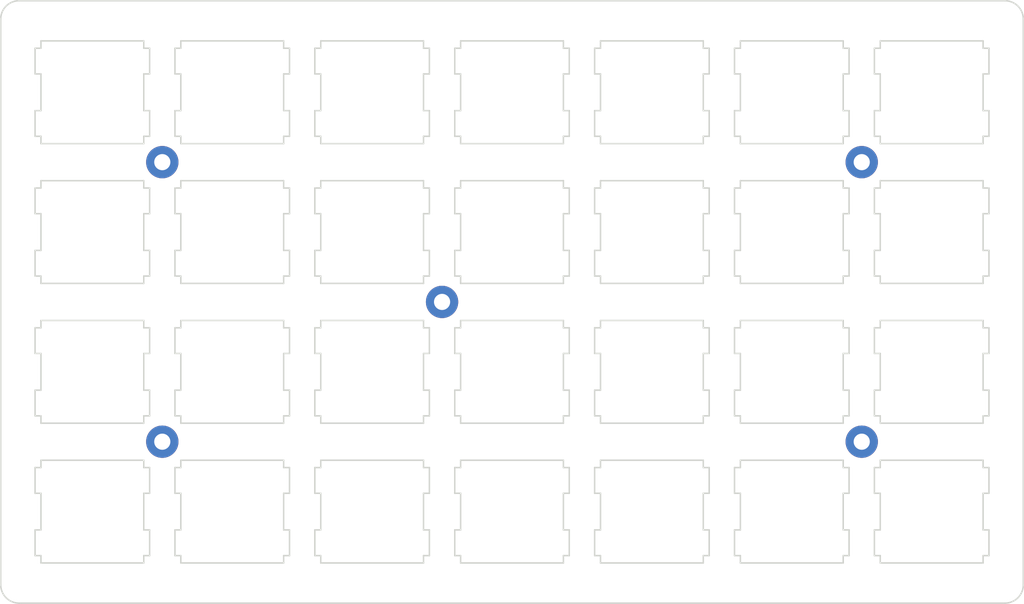
<source format=kicad_pcb>
(kicad_pcb (version 20171130) (host pcbnew 5.1.2)

  (general
    (thickness 1.6)
    (drawings 573)
    (tracks 0)
    (zones 0)
    (modules 5)
    (nets 1)
  )

  (page A4)
  (layers
    (0 F.Cu signal)
    (31 B.Cu signal)
    (32 B.Adhes user)
    (33 F.Adhes user)
    (34 B.Paste user)
    (35 F.Paste user)
    (36 B.SilkS user)
    (37 F.SilkS user)
    (38 B.Mask user)
    (39 F.Mask user)
    (40 Dwgs.User user)
    (41 Cmts.User user)
    (42 Eco1.User user)
    (43 Eco2.User user)
    (44 Edge.Cuts user)
    (45 Margin user)
    (46 B.CrtYd user)
    (47 F.CrtYd user)
    (48 B.Fab user)
    (49 F.Fab user)
  )

  (setup
    (last_trace_width 0.25)
    (trace_clearance 0.2)
    (zone_clearance 0.508)
    (zone_45_only no)
    (trace_min 0.2)
    (via_size 0.8)
    (via_drill 0.4)
    (via_min_size 0.4)
    (via_min_drill 0.3)
    (uvia_size 0.3)
    (uvia_drill 0.1)
    (uvias_allowed no)
    (uvia_min_size 0.2)
    (uvia_min_drill 0.1)
    (edge_width 0.05)
    (segment_width 0.2)
    (pcb_text_width 0.3)
    (pcb_text_size 1.5 1.5)
    (mod_edge_width 0.12)
    (mod_text_size 1 1)
    (mod_text_width 0.15)
    (pad_size 1.524 1.524)
    (pad_drill 0.762)
    (pad_to_mask_clearance 0.051)
    (solder_mask_min_width 0.25)
    (aux_axis_origin 0 0)
    (visible_elements FFFFFF7F)
    (pcbplotparams
      (layerselection 0x010fc_ffffffff)
      (usegerberextensions false)
      (usegerberattributes false)
      (usegerberadvancedattributes false)
      (creategerberjobfile false)
      (excludeedgelayer true)
      (linewidth 0.100000)
      (plotframeref false)
      (viasonmask false)
      (mode 1)
      (useauxorigin false)
      (hpglpennumber 1)
      (hpglpenspeed 20)
      (hpglpendiameter 15.000000)
      (psnegative false)
      (psa4output false)
      (plotreference true)
      (plotvalue true)
      (plotinvisibletext false)
      (padsonsilk false)
      (subtractmaskfromsilk false)
      (outputformat 1)
      (mirror false)
      (drillshape 1)
      (scaleselection 1)
      (outputdirectory ""))
  )

  (net 0 "")

  (net_class Default "This is the default net class."
    (clearance 0.2)
    (trace_width 0.25)
    (via_dia 0.8)
    (via_drill 0.4)
    (uvia_dia 0.3)
    (uvia_drill 0.1)
  )

  (module MountingHole_2.2mm_M2_Pad (layer F.Cu) (tedit 56D1B4CB) (tstamp 5D3F5E0C)
    (at 200.25 80.87)
    (descr "Mounting Hole 2.2mm, M2")
    (tags "mounting hole 2.2mm m2")
    (attr virtual)
    (fp_text reference REF** (at 0 -3.2) (layer F.SilkS) hide
      (effects (font (size 1 1) (thickness 0.15)))
    )
    (fp_text value MountingHole_2.2mm_M2_Pad (at 0 3.2) (layer F.Fab)
      (effects (font (size 1 1) (thickness 0.15)))
    )
    (fp_circle (center 0 0) (end 2.45 0) (layer F.CrtYd) (width 0.05))
    (fp_circle (center 0 0) (end 2.2 0) (layer Cmts.User) (width 0.15))
    (fp_text user %R (at 0.3 0) (layer F.Fab)
      (effects (font (size 1 1) (thickness 0.15)))
    )
    (pad 1 thru_hole circle (at 0 0) (size 4.4 4.4) (drill 2.2) (layers *.Cu *.Mask))
  )

  (module MountingHole_2.2mm_M2_Pad (layer F.Cu) (tedit 56D1B4CB) (tstamp 5D3F5E05)
    (at 200.25 118.97)
    (descr "Mounting Hole 2.2mm, M2")
    (tags "mounting hole 2.2mm m2")
    (attr virtual)
    (fp_text reference REF** (at 0 -3.2) (layer F.SilkS) hide
      (effects (font (size 1 1) (thickness 0.15)))
    )
    (fp_text value MountingHole_2.2mm_M2_Pad (at 0 3.2) (layer F.Fab)
      (effects (font (size 1 1) (thickness 0.15)))
    )
    (fp_circle (center 0 0) (end 2.45 0) (layer F.CrtYd) (width 0.05))
    (fp_circle (center 0 0) (end 2.2 0) (layer Cmts.User) (width 0.15))
    (fp_text user %R (at 0.3 0) (layer F.Fab)
      (effects (font (size 1 1) (thickness 0.15)))
    )
    (pad 1 thru_hole circle (at 0 0) (size 4.4 4.4) (drill 2.2) (layers *.Cu *.Mask))
  )

  (module MountingHole_2.2mm_M2_Pad (layer F.Cu) (tedit 56D1B4CB) (tstamp 5D3F5DFE)
    (at 143.1 99.92)
    (descr "Mounting Hole 2.2mm, M2")
    (tags "mounting hole 2.2mm m2")
    (attr virtual)
    (fp_text reference REF** (at 0 -3.2) (layer F.SilkS) hide
      (effects (font (size 1 1) (thickness 0.15)))
    )
    (fp_text value MountingHole_2.2mm_M2_Pad (at 0 3.2) (layer F.Fab)
      (effects (font (size 1 1) (thickness 0.15)))
    )
    (fp_circle (center 0 0) (end 2.45 0) (layer F.CrtYd) (width 0.05))
    (fp_circle (center 0 0) (end 2.2 0) (layer Cmts.User) (width 0.15))
    (fp_text user %R (at 0.3 0) (layer F.Fab)
      (effects (font (size 1 1) (thickness 0.15)))
    )
    (pad 1 thru_hole circle (at 0 0) (size 4.4 4.4) (drill 2.2) (layers *.Cu *.Mask))
  )

  (module MountingHole_2.2mm_M2_Pad (layer F.Cu) (tedit 56D1B4CB) (tstamp 5D3F5DF7)
    (at 105 118.97)
    (descr "Mounting Hole 2.2mm, M2")
    (tags "mounting hole 2.2mm m2")
    (attr virtual)
    (fp_text reference REF** (at 0 -3.2) (layer F.SilkS) hide
      (effects (font (size 1 1) (thickness 0.15)))
    )
    (fp_text value MountingHole_2.2mm_M2_Pad (at 0 3.2) (layer F.Fab)
      (effects (font (size 1 1) (thickness 0.15)))
    )
    (fp_circle (center 0 0) (end 2.45 0) (layer F.CrtYd) (width 0.05))
    (fp_circle (center 0 0) (end 2.2 0) (layer Cmts.User) (width 0.15))
    (fp_text user %R (at 0.3 0) (layer F.Fab)
      (effects (font (size 1 1) (thickness 0.15)))
    )
    (pad 1 thru_hole circle (at 0 0) (size 4.4 4.4) (drill 2.2) (layers *.Cu *.Mask))
  )

  (module MountingHole_2.2mm_M2_Pad (layer F.Cu) (tedit 56D1B4CB) (tstamp 5D3F5DF0)
    (at 105 80.87)
    (descr "Mounting Hole 2.2mm, M2")
    (tags "mounting hole 2.2mm m2")
    (attr virtual)
    (fp_text reference REF** (at 0 -3.2) (layer F.SilkS) hide
      (effects (font (size 1 1) (thickness 0.15)))
    )
    (fp_text value MountingHole_2.2mm_M2_Pad (at 0 3.2) (layer F.Fab)
      (effects (font (size 1 1) (thickness 0.15)))
    )
    (fp_circle (center 0 0) (end 2.45 0) (layer F.CrtYd) (width 0.05))
    (fp_circle (center 0 0) (end 2.2 0) (layer Cmts.User) (width 0.15))
    (fp_text user %R (at 0.3 0) (layer F.Fab)
      (effects (font (size 1 1) (thickness 0.15)))
    )
    (pad 1 thru_hole circle (at 0 0) (size 4.4 4.4) (drill 2.2) (layers *.Cu *.Mask))
  )

  (gr_arc (start 219.75 138.469999) (end 219.75 140.969999) (angle -90) (layer Edge.Cuts) (width 0.2))
  (gr_arc (start 85.499999 138.469999) (end 82.999999 138.469999) (angle -90) (layer Edge.Cuts) (width 0.2))
  (gr_line (start 216.775 135.495) (end 202.775 135.495) (layer Edge.Cuts) (width 0.2))
  (gr_line (start 216.775 134.495) (end 216.775 135.495) (layer Edge.Cuts) (width 0.2))
  (gr_line (start 202.775 135.495) (end 202.775 134.495) (layer Edge.Cuts) (width 0.2))
  (gr_line (start 217.575 134.495) (end 216.775 134.495) (layer Edge.Cuts) (width 0.2))
  (gr_line (start 202.775 134.495) (end 201.975 134.495) (layer Edge.Cuts) (width 0.2))
  (gr_line (start 217.575 130.995) (end 217.575 134.495) (layer Edge.Cuts) (width 0.2))
  (gr_line (start 201.975 134.495) (end 201.975 130.995) (layer Edge.Cuts) (width 0.2))
  (gr_line (start 216.775 130.995) (end 217.575 130.995) (layer Edge.Cuts) (width 0.2))
  (gr_line (start 201.975 130.995) (end 202.775 130.995) (layer Edge.Cuts) (width 0.2))
  (gr_line (start 216.775 125.995) (end 216.775 130.995) (layer Edge.Cuts) (width 0.2))
  (gr_line (start 202.775 130.995) (end 202.775 125.995) (layer Edge.Cuts) (width 0.2))
  (gr_line (start 217.575 125.995) (end 216.775 125.995) (layer Edge.Cuts) (width 0.2))
  (gr_line (start 202.775 125.995) (end 201.975 125.995) (layer Edge.Cuts) (width 0.2))
  (gr_line (start 217.575 122.495) (end 217.575 125.995) (layer Edge.Cuts) (width 0.2))
  (gr_line (start 201.975 125.995) (end 201.975 122.495) (layer Edge.Cuts) (width 0.2))
  (gr_line (start 216.775 122.495) (end 217.575 122.495) (layer Edge.Cuts) (width 0.2))
  (gr_line (start 201.975 122.495) (end 202.775 122.495) (layer Edge.Cuts) (width 0.2))
  (gr_line (start 216.775 121.495) (end 216.775 122.495) (layer Edge.Cuts) (width 0.2))
  (gr_line (start 202.775 122.495) (end 202.775 121.495) (layer Edge.Cuts) (width 0.2))
  (gr_line (start 202.775 121.495) (end 216.775 121.495) (layer Edge.Cuts) (width 0.2))
  (gr_line (start 202.775 65.345) (end 202.775 64.345) (layer Edge.Cuts) (width 0.2))
  (gr_line (start 201.975 65.345) (end 202.775 65.345) (layer Edge.Cuts) (width 0.2))
  (gr_line (start 201.975 68.845) (end 201.975 65.345) (layer Edge.Cuts) (width 0.2))
  (gr_line (start 202.775 68.845) (end 201.975 68.845) (layer Edge.Cuts) (width 0.2))
  (gr_line (start 202.775 73.845) (end 202.775 68.845) (layer Edge.Cuts) (width 0.2))
  (gr_line (start 201.975 73.845) (end 202.775 73.845) (layer Edge.Cuts) (width 0.2))
  (gr_line (start 201.975 77.345) (end 201.975 73.845) (layer Edge.Cuts) (width 0.2))
  (gr_line (start 202.775 77.345) (end 201.975 77.345) (layer Edge.Cuts) (width 0.2))
  (gr_line (start 202.775 78.345) (end 202.775 77.345) (layer Edge.Cuts) (width 0.2))
  (gr_line (start 216.775 78.345) (end 202.775 78.345) (layer Edge.Cuts) (width 0.2))
  (gr_line (start 216.775 77.345) (end 216.775 78.345) (layer Edge.Cuts) (width 0.2))
  (gr_line (start 217.575 77.345) (end 216.775 77.345) (layer Edge.Cuts) (width 0.2))
  (gr_line (start 217.575 73.845) (end 217.575 77.345) (layer Edge.Cuts) (width 0.2))
  (gr_line (start 216.775 73.845) (end 217.575 73.845) (layer Edge.Cuts) (width 0.2))
  (gr_line (start 216.775 68.845) (end 216.775 73.845) (layer Edge.Cuts) (width 0.2))
  (gr_line (start 217.575 68.845) (end 216.775 68.845) (layer Edge.Cuts) (width 0.2))
  (gr_line (start 217.575 65.345) (end 217.575 68.845) (layer Edge.Cuts) (width 0.2))
  (gr_line (start 216.775 65.345) (end 217.575 65.345) (layer Edge.Cuts) (width 0.2))
  (gr_line (start 216.775 64.345) (end 216.775 65.345) (layer Edge.Cuts) (width 0.2))
  (gr_line (start 202.775 64.345) (end 216.775 64.345) (layer Edge.Cuts) (width 0.2))
  (gr_line (start 216.775 97.395) (end 202.775 97.395) (layer Edge.Cuts) (width 0.2))
  (gr_line (start 216.775 96.395) (end 216.775 97.395) (layer Edge.Cuts) (width 0.2))
  (gr_line (start 202.775 97.395) (end 202.775 96.395) (layer Edge.Cuts) (width 0.2))
  (gr_line (start 217.575 96.395) (end 216.775 96.395) (layer Edge.Cuts) (width 0.2))
  (gr_line (start 202.775 96.395) (end 201.975 96.395) (layer Edge.Cuts) (width 0.2))
  (gr_line (start 217.575 92.895) (end 217.575 96.395) (layer Edge.Cuts) (width 0.2))
  (gr_line (start 201.975 96.395) (end 201.975 92.895) (layer Edge.Cuts) (width 0.2))
  (gr_line (start 216.775 92.895) (end 217.575 92.895) (layer Edge.Cuts) (width 0.2))
  (gr_line (start 201.975 92.895) (end 202.775 92.895) (layer Edge.Cuts) (width 0.2))
  (gr_line (start 216.775 87.895) (end 216.775 92.895) (layer Edge.Cuts) (width 0.2))
  (gr_line (start 202.775 92.895) (end 202.775 87.895) (layer Edge.Cuts) (width 0.2))
  (gr_line (start 217.575 87.895) (end 216.775 87.895) (layer Edge.Cuts) (width 0.2))
  (gr_line (start 202.775 87.895) (end 201.975 87.895) (layer Edge.Cuts) (width 0.2))
  (gr_line (start 217.575 84.395) (end 217.575 87.895) (layer Edge.Cuts) (width 0.2))
  (gr_line (start 201.975 87.895) (end 201.975 84.395) (layer Edge.Cuts) (width 0.2))
  (gr_line (start 216.775 84.395) (end 217.575 84.395) (layer Edge.Cuts) (width 0.2))
  (gr_line (start 201.975 84.395) (end 202.775 84.395) (layer Edge.Cuts) (width 0.2))
  (gr_line (start 216.775 83.395) (end 216.775 84.395) (layer Edge.Cuts) (width 0.2))
  (gr_line (start 202.775 84.395) (end 202.775 83.395) (layer Edge.Cuts) (width 0.2))
  (gr_line (start 202.775 83.395) (end 216.775 83.395) (layer Edge.Cuts) (width 0.2))
  (gr_line (start 216.775 116.445) (end 202.775 116.445) (layer Edge.Cuts) (width 0.2))
  (gr_line (start 216.775 115.445) (end 216.775 116.445) (layer Edge.Cuts) (width 0.2))
  (gr_line (start 202.775 116.445) (end 202.775 115.445) (layer Edge.Cuts) (width 0.2))
  (gr_line (start 217.575 115.445) (end 216.775 115.445) (layer Edge.Cuts) (width 0.2))
  (gr_line (start 202.775 115.445) (end 201.975 115.445) (layer Edge.Cuts) (width 0.2))
  (gr_line (start 217.575 111.945) (end 217.575 115.445) (layer Edge.Cuts) (width 0.2))
  (gr_line (start 201.975 115.445) (end 201.975 111.945) (layer Edge.Cuts) (width 0.2))
  (gr_line (start 216.775 111.945) (end 217.575 111.945) (layer Edge.Cuts) (width 0.2))
  (gr_line (start 201.975 111.945) (end 202.775 111.945) (layer Edge.Cuts) (width 0.2))
  (gr_line (start 216.775 106.945) (end 216.775 111.945) (layer Edge.Cuts) (width 0.2))
  (gr_line (start 202.775 111.945) (end 202.775 106.945) (layer Edge.Cuts) (width 0.2))
  (gr_line (start 217.575 106.945) (end 216.775 106.945) (layer Edge.Cuts) (width 0.2))
  (gr_line (start 202.775 106.945) (end 201.975 106.945) (layer Edge.Cuts) (width 0.2))
  (gr_line (start 217.575 103.445) (end 217.575 106.945) (layer Edge.Cuts) (width 0.2))
  (gr_line (start 201.975 106.945) (end 201.975 103.445) (layer Edge.Cuts) (width 0.2))
  (gr_line (start 216.775 103.445) (end 217.575 103.445) (layer Edge.Cuts) (width 0.2))
  (gr_line (start 201.975 103.445) (end 202.775 103.445) (layer Edge.Cuts) (width 0.2))
  (gr_line (start 216.775 102.445) (end 216.775 103.445) (layer Edge.Cuts) (width 0.2))
  (gr_line (start 202.775 103.445) (end 202.775 102.445) (layer Edge.Cuts) (width 0.2))
  (gr_line (start 202.775 102.445) (end 216.775 102.445) (layer Edge.Cuts) (width 0.2))
  (gr_line (start 102.475 78.345) (end 88.475 78.345) (layer Edge.Cuts) (width 0.2))
  (gr_line (start 102.475 77.345) (end 102.475 78.345) (layer Edge.Cuts) (width 0.2))
  (gr_line (start 88.475 78.345) (end 88.475 77.345) (layer Edge.Cuts) (width 0.2))
  (gr_line (start 103.275 77.345) (end 102.475 77.345) (layer Edge.Cuts) (width 0.2))
  (gr_line (start 88.475 77.345) (end 87.675 77.345) (layer Edge.Cuts) (width 0.2))
  (gr_line (start 103.275 73.845) (end 103.275 77.345) (layer Edge.Cuts) (width 0.2))
  (gr_line (start 87.675 77.345) (end 87.675 73.845) (layer Edge.Cuts) (width 0.2))
  (gr_line (start 102.475 73.845) (end 103.275 73.845) (layer Edge.Cuts) (width 0.2))
  (gr_line (start 87.675 73.845) (end 88.475 73.845) (layer Edge.Cuts) (width 0.2))
  (gr_line (start 102.475 68.845) (end 102.475 73.845) (layer Edge.Cuts) (width 0.2))
  (gr_line (start 88.475 73.845) (end 88.475 68.845) (layer Edge.Cuts) (width 0.2))
  (gr_line (start 103.275 68.845) (end 102.475 68.845) (layer Edge.Cuts) (width 0.2))
  (gr_line (start 88.475 68.845) (end 87.675 68.845) (layer Edge.Cuts) (width 0.2))
  (gr_line (start 103.275 65.345) (end 103.275 68.845) (layer Edge.Cuts) (width 0.2))
  (gr_line (start 87.675 68.845) (end 87.675 65.345) (layer Edge.Cuts) (width 0.2))
  (gr_line (start 102.475 65.345) (end 103.275 65.345) (layer Edge.Cuts) (width 0.2))
  (gr_line (start 87.675 65.345) (end 88.475 65.345) (layer Edge.Cuts) (width 0.2))
  (gr_line (start 102.475 64.345) (end 102.475 65.345) (layer Edge.Cuts) (width 0.2))
  (gr_line (start 88.475 65.345) (end 88.475 64.345) (layer Edge.Cuts) (width 0.2))
  (gr_line (start 88.475 64.345) (end 102.475 64.345) (layer Edge.Cuts) (width 0.2))
  (gr_line (start 102.475 97.395) (end 88.475 97.395) (layer Edge.Cuts) (width 0.2))
  (gr_line (start 102.475 96.395) (end 102.475 97.395) (layer Edge.Cuts) (width 0.2))
  (gr_line (start 88.475 97.395) (end 88.475 96.395) (layer Edge.Cuts) (width 0.2))
  (gr_line (start 103.275 96.395) (end 102.475 96.395) (layer Edge.Cuts) (width 0.2))
  (gr_line (start 88.475 96.395) (end 87.675 96.395) (layer Edge.Cuts) (width 0.2))
  (gr_line (start 103.275 92.895) (end 103.275 96.395) (layer Edge.Cuts) (width 0.2))
  (gr_line (start 87.675 96.395) (end 87.675 92.895) (layer Edge.Cuts) (width 0.2))
  (gr_line (start 102.475 92.895) (end 103.275 92.895) (layer Edge.Cuts) (width 0.2))
  (gr_line (start 87.675 92.895) (end 88.475 92.895) (layer Edge.Cuts) (width 0.2))
  (gr_line (start 102.475 87.895) (end 102.475 92.895) (layer Edge.Cuts) (width 0.2))
  (gr_line (start 88.475 92.895) (end 88.475 87.895) (layer Edge.Cuts) (width 0.2))
  (gr_line (start 103.275 87.895) (end 102.475 87.895) (layer Edge.Cuts) (width 0.2))
  (gr_line (start 88.475 87.895) (end 87.675 87.895) (layer Edge.Cuts) (width 0.2))
  (gr_line (start 103.275 84.395) (end 103.275 87.895) (layer Edge.Cuts) (width 0.2))
  (gr_line (start 87.675 87.895) (end 87.675 84.395) (layer Edge.Cuts) (width 0.2))
  (gr_line (start 102.475 84.395) (end 103.275 84.395) (layer Edge.Cuts) (width 0.2))
  (gr_line (start 87.675 84.395) (end 88.475 84.395) (layer Edge.Cuts) (width 0.2))
  (gr_line (start 102.475 83.395) (end 102.475 84.395) (layer Edge.Cuts) (width 0.2))
  (gr_line (start 88.475 84.395) (end 88.475 83.395) (layer Edge.Cuts) (width 0.2))
  (gr_line (start 88.475 83.395) (end 102.475 83.395) (layer Edge.Cuts) (width 0.2))
  (gr_line (start 102.475 116.445) (end 88.475 116.445) (layer Edge.Cuts) (width 0.2))
  (gr_line (start 102.475 115.445) (end 102.475 116.445) (layer Edge.Cuts) (width 0.2))
  (gr_line (start 88.475 116.445) (end 88.475 115.445) (layer Edge.Cuts) (width 0.2))
  (gr_line (start 103.275 115.445) (end 102.475 115.445) (layer Edge.Cuts) (width 0.2))
  (gr_line (start 88.475 115.445) (end 87.675 115.445) (layer Edge.Cuts) (width 0.2))
  (gr_line (start 103.275 111.945) (end 103.275 115.445) (layer Edge.Cuts) (width 0.2))
  (gr_line (start 87.675 115.445) (end 87.675 111.945) (layer Edge.Cuts) (width 0.2))
  (gr_line (start 102.475 111.945) (end 103.275 111.945) (layer Edge.Cuts) (width 0.2))
  (gr_line (start 87.675 111.945) (end 88.475 111.945) (layer Edge.Cuts) (width 0.2))
  (gr_line (start 102.475 106.945) (end 102.475 111.945) (layer Edge.Cuts) (width 0.2))
  (gr_line (start 88.475 111.945) (end 88.475 106.945) (layer Edge.Cuts) (width 0.2))
  (gr_line (start 103.275 106.945) (end 102.475 106.945) (layer Edge.Cuts) (width 0.2))
  (gr_line (start 88.475 106.945) (end 87.675 106.945) (layer Edge.Cuts) (width 0.2))
  (gr_line (start 103.275 103.445) (end 103.275 106.945) (layer Edge.Cuts) (width 0.2))
  (gr_line (start 87.675 106.945) (end 87.675 103.445) (layer Edge.Cuts) (width 0.2))
  (gr_line (start 102.475 103.445) (end 103.275 103.445) (layer Edge.Cuts) (width 0.2))
  (gr_line (start 87.675 103.445) (end 88.475 103.445) (layer Edge.Cuts) (width 0.2))
  (gr_line (start 102.475 102.445) (end 102.475 103.445) (layer Edge.Cuts) (width 0.2))
  (gr_line (start 88.475 103.445) (end 88.475 102.445) (layer Edge.Cuts) (width 0.2))
  (gr_line (start 88.475 102.445) (end 102.475 102.445) (layer Edge.Cuts) (width 0.2))
  (gr_line (start 102.475 135.495) (end 88.475 135.495) (layer Edge.Cuts) (width 0.2))
  (gr_line (start 102.475 134.495) (end 102.475 135.495) (layer Edge.Cuts) (width 0.2))
  (gr_line (start 88.475 135.495) (end 88.475 134.495) (layer Edge.Cuts) (width 0.2))
  (gr_line (start 103.275 134.495) (end 102.475 134.495) (layer Edge.Cuts) (width 0.2))
  (gr_line (start 88.475 134.495) (end 87.675 134.495) (layer Edge.Cuts) (width 0.2))
  (gr_line (start 103.275 130.995) (end 103.275 134.495) (layer Edge.Cuts) (width 0.2))
  (gr_line (start 87.675 134.495) (end 87.675 130.995) (layer Edge.Cuts) (width 0.2))
  (gr_line (start 102.475 130.995) (end 103.275 130.995) (layer Edge.Cuts) (width 0.2))
  (gr_line (start 87.675 130.995) (end 88.475 130.995) (layer Edge.Cuts) (width 0.2))
  (gr_line (start 102.475 125.995) (end 102.475 130.995) (layer Edge.Cuts) (width 0.2))
  (gr_line (start 88.475 130.995) (end 88.475 125.995) (layer Edge.Cuts) (width 0.2))
  (gr_line (start 103.275 125.995) (end 102.475 125.995) (layer Edge.Cuts) (width 0.2))
  (gr_line (start 88.475 125.995) (end 87.675 125.995) (layer Edge.Cuts) (width 0.2))
  (gr_line (start 103.275 122.495) (end 103.275 125.995) (layer Edge.Cuts) (width 0.2))
  (gr_line (start 87.675 125.995) (end 87.675 122.495) (layer Edge.Cuts) (width 0.2))
  (gr_line (start 102.475 122.495) (end 103.275 122.495) (layer Edge.Cuts) (width 0.2))
  (gr_line (start 87.675 122.495) (end 88.475 122.495) (layer Edge.Cuts) (width 0.2))
  (gr_line (start 102.475 121.495) (end 102.475 122.495) (layer Edge.Cuts) (width 0.2))
  (gr_line (start 88.475 122.495) (end 88.475 121.495) (layer Edge.Cuts) (width 0.2))
  (gr_line (start 88.475 121.495) (end 102.475 121.495) (layer Edge.Cuts) (width 0.2))
  (gr_line (start 121.525 78.345) (end 107.525 78.345) (layer Edge.Cuts) (width 0.2))
  (gr_line (start 121.525 77.345) (end 121.525 78.345) (layer Edge.Cuts) (width 0.2))
  (gr_line (start 107.525 78.345) (end 107.525 77.345) (layer Edge.Cuts) (width 0.2))
  (gr_line (start 122.325 77.345) (end 121.525 77.345) (layer Edge.Cuts) (width 0.2))
  (gr_line (start 107.525 77.345) (end 106.725 77.345) (layer Edge.Cuts) (width 0.2))
  (gr_line (start 122.325 73.845) (end 122.325 77.345) (layer Edge.Cuts) (width 0.2))
  (gr_line (start 106.725 77.345) (end 106.725 73.845) (layer Edge.Cuts) (width 0.2))
  (gr_line (start 121.525 73.845) (end 122.325 73.845) (layer Edge.Cuts) (width 0.2))
  (gr_line (start 106.725 73.845) (end 107.525 73.845) (layer Edge.Cuts) (width 0.2))
  (gr_line (start 121.525 68.845) (end 121.525 73.845) (layer Edge.Cuts) (width 0.2))
  (gr_line (start 107.525 73.845) (end 107.525 68.845) (layer Edge.Cuts) (width 0.2))
  (gr_line (start 122.325 68.845) (end 121.525 68.845) (layer Edge.Cuts) (width 0.2))
  (gr_line (start 107.525 68.845) (end 106.725 68.845) (layer Edge.Cuts) (width 0.2))
  (gr_line (start 122.325 65.345) (end 122.325 68.845) (layer Edge.Cuts) (width 0.2))
  (gr_line (start 106.725 68.845) (end 106.725 65.345) (layer Edge.Cuts) (width 0.2))
  (gr_line (start 121.525 65.345) (end 122.325 65.345) (layer Edge.Cuts) (width 0.2))
  (gr_line (start 106.725 65.345) (end 107.525 65.345) (layer Edge.Cuts) (width 0.2))
  (gr_line (start 121.525 64.345) (end 121.525 65.345) (layer Edge.Cuts) (width 0.2))
  (gr_line (start 107.525 65.345) (end 107.525 64.345) (layer Edge.Cuts) (width 0.2))
  (gr_line (start 107.525 64.345) (end 121.525 64.345) (layer Edge.Cuts) (width 0.2))
  (gr_line (start 140.575 78.345) (end 126.575 78.345) (layer Edge.Cuts) (width 0.2))
  (gr_line (start 140.575 77.345) (end 140.575 78.345) (layer Edge.Cuts) (width 0.2))
  (gr_line (start 126.575 78.345) (end 126.575 77.345) (layer Edge.Cuts) (width 0.2))
  (gr_line (start 141.375 77.345) (end 140.575 77.345) (layer Edge.Cuts) (width 0.2))
  (gr_line (start 126.575 77.345) (end 125.775 77.345) (layer Edge.Cuts) (width 0.2))
  (gr_line (start 141.375 73.845) (end 141.375 77.345) (layer Edge.Cuts) (width 0.2))
  (gr_line (start 125.775 77.345) (end 125.775 73.845) (layer Edge.Cuts) (width 0.2))
  (gr_line (start 140.575 73.845) (end 141.375 73.845) (layer Edge.Cuts) (width 0.2))
  (gr_line (start 125.775 73.845) (end 126.575 73.845) (layer Edge.Cuts) (width 0.2))
  (gr_line (start 140.575 68.845) (end 140.575 73.845) (layer Edge.Cuts) (width 0.2))
  (gr_line (start 126.575 73.845) (end 126.575 68.845) (layer Edge.Cuts) (width 0.2))
  (gr_line (start 141.375 68.845) (end 140.575 68.845) (layer Edge.Cuts) (width 0.2))
  (gr_line (start 126.575 68.845) (end 125.775 68.845) (layer Edge.Cuts) (width 0.2))
  (gr_line (start 141.375 65.345) (end 141.375 68.845) (layer Edge.Cuts) (width 0.2))
  (gr_line (start 125.775 68.845) (end 125.775 65.345) (layer Edge.Cuts) (width 0.2))
  (gr_line (start 140.575 65.345) (end 141.375 65.345) (layer Edge.Cuts) (width 0.2))
  (gr_line (start 125.775 65.345) (end 126.575 65.345) (layer Edge.Cuts) (width 0.2))
  (gr_line (start 140.575 64.345) (end 140.575 65.345) (layer Edge.Cuts) (width 0.2))
  (gr_line (start 126.575 65.345) (end 126.575 64.345) (layer Edge.Cuts) (width 0.2))
  (gr_line (start 126.575 64.345) (end 140.575 64.345) (layer Edge.Cuts) (width 0.2))
  (gr_line (start 178.675 78.345) (end 164.674999 78.345) (layer Edge.Cuts) (width 0.2))
  (gr_line (start 178.675 77.345) (end 178.675 78.345) (layer Edge.Cuts) (width 0.2))
  (gr_line (start 164.674999 78.345) (end 164.674999 77.345) (layer Edge.Cuts) (width 0.2))
  (gr_line (start 179.475 77.345) (end 178.675 77.345) (layer Edge.Cuts) (width 0.2))
  (gr_line (start 164.674999 77.345) (end 163.875 77.345) (layer Edge.Cuts) (width 0.2))
  (gr_line (start 179.475 73.845) (end 179.475 77.345) (layer Edge.Cuts) (width 0.2))
  (gr_line (start 163.875 77.345) (end 163.875 73.845) (layer Edge.Cuts) (width 0.2))
  (gr_line (start 178.675 73.845) (end 179.475 73.845) (layer Edge.Cuts) (width 0.2))
  (gr_line (start 163.875 73.845) (end 164.674999 73.845) (layer Edge.Cuts) (width 0.2))
  (gr_line (start 178.675 68.845) (end 178.675 73.845) (layer Edge.Cuts) (width 0.2))
  (gr_line (start 164.674999 73.845) (end 164.674999 68.845) (layer Edge.Cuts) (width 0.2))
  (gr_line (start 179.475 68.845) (end 178.675 68.845) (layer Edge.Cuts) (width 0.2))
  (gr_line (start 164.674999 68.845) (end 163.875 68.845) (layer Edge.Cuts) (width 0.2))
  (gr_line (start 179.475 65.345) (end 179.475 68.845) (layer Edge.Cuts) (width 0.2))
  (gr_line (start 163.875 68.845) (end 163.875 65.345) (layer Edge.Cuts) (width 0.2))
  (gr_line (start 178.675 65.345) (end 179.475 65.345) (layer Edge.Cuts) (width 0.2))
  (gr_line (start 163.875 65.345) (end 164.674999 65.345) (layer Edge.Cuts) (width 0.2))
  (gr_line (start 178.675 64.345) (end 178.675 65.345) (layer Edge.Cuts) (width 0.2))
  (gr_line (start 164.674999 65.345) (end 164.674999 64.345) (layer Edge.Cuts) (width 0.2))
  (gr_line (start 164.674999 64.345) (end 178.675 64.345) (layer Edge.Cuts) (width 0.2))
  (gr_line (start 197.725 78.345) (end 183.725 78.345) (layer Edge.Cuts) (width 0.2))
  (gr_line (start 197.725 77.345) (end 197.725 78.345) (layer Edge.Cuts) (width 0.2))
  (gr_line (start 183.725 78.345) (end 183.725 77.345) (layer Edge.Cuts) (width 0.2))
  (gr_line (start 198.525 77.345) (end 197.725 77.345) (layer Edge.Cuts) (width 0.2))
  (gr_line (start 183.725 77.345) (end 182.925 77.345) (layer Edge.Cuts) (width 0.2))
  (gr_line (start 198.525 73.845) (end 198.525 77.345) (layer Edge.Cuts) (width 0.2))
  (gr_line (start 182.925 77.345) (end 182.925 73.845) (layer Edge.Cuts) (width 0.2))
  (gr_line (start 197.725 73.845) (end 198.525 73.845) (layer Edge.Cuts) (width 0.2))
  (gr_line (start 182.925 73.845) (end 183.725 73.845) (layer Edge.Cuts) (width 0.2))
  (gr_line (start 197.725 68.845) (end 197.725 73.845) (layer Edge.Cuts) (width 0.2))
  (gr_line (start 183.725 73.845) (end 183.725 68.845) (layer Edge.Cuts) (width 0.2))
  (gr_line (start 198.525 68.845) (end 197.725 68.845) (layer Edge.Cuts) (width 0.2))
  (gr_line (start 183.725 68.845) (end 182.925 68.845) (layer Edge.Cuts) (width 0.2))
  (gr_line (start 198.525 65.345) (end 198.525 68.845) (layer Edge.Cuts) (width 0.2))
  (gr_line (start 182.925 68.845) (end 182.925 65.345) (layer Edge.Cuts) (width 0.2))
  (gr_line (start 197.725 65.345) (end 198.525 65.345) (layer Edge.Cuts) (width 0.2))
  (gr_line (start 182.925 65.345) (end 183.725 65.345) (layer Edge.Cuts) (width 0.2))
  (gr_line (start 197.725 64.345) (end 197.725 65.345) (layer Edge.Cuts) (width 0.2))
  (gr_line (start 183.725 65.345) (end 183.725 64.345) (layer Edge.Cuts) (width 0.2))
  (gr_line (start 183.725 64.345) (end 197.725 64.345) (layer Edge.Cuts) (width 0.2))
  (gr_line (start 159.625 78.345) (end 145.625 78.345) (layer Edge.Cuts) (width 0.2))
  (gr_line (start 159.625 77.345) (end 159.625 78.345) (layer Edge.Cuts) (width 0.2))
  (gr_line (start 145.625 78.345) (end 145.625 77.345) (layer Edge.Cuts) (width 0.2))
  (gr_line (start 160.425 77.345) (end 159.625 77.345) (layer Edge.Cuts) (width 0.2))
  (gr_line (start 145.625 77.345) (end 144.825 77.345) (layer Edge.Cuts) (width 0.2))
  (gr_line (start 160.425 73.845) (end 160.425 77.345) (layer Edge.Cuts) (width 0.2))
  (gr_line (start 144.825 77.345) (end 144.825 73.845) (layer Edge.Cuts) (width 0.2))
  (gr_line (start 159.625 73.845) (end 160.425 73.845) (layer Edge.Cuts) (width 0.2))
  (gr_line (start 144.825 73.845) (end 145.625 73.845) (layer Edge.Cuts) (width 0.2))
  (gr_line (start 159.625 68.845) (end 159.625 73.845) (layer Edge.Cuts) (width 0.2))
  (gr_line (start 145.625 73.845) (end 145.625 68.845) (layer Edge.Cuts) (width 0.2))
  (gr_line (start 160.425 68.845) (end 159.625 68.845) (layer Edge.Cuts) (width 0.2))
  (gr_line (start 145.625 68.845) (end 144.825 68.845) (layer Edge.Cuts) (width 0.2))
  (gr_line (start 160.425 65.345) (end 160.425 68.845) (layer Edge.Cuts) (width 0.2))
  (gr_line (start 144.825 68.845) (end 144.825 65.345) (layer Edge.Cuts) (width 0.2))
  (gr_line (start 159.625 65.345) (end 160.425 65.345) (layer Edge.Cuts) (width 0.2))
  (gr_line (start 144.825 65.345) (end 145.625 65.345) (layer Edge.Cuts) (width 0.2))
  (gr_line (start 159.625 64.345) (end 159.625 65.345) (layer Edge.Cuts) (width 0.2))
  (gr_line (start 145.625 65.345) (end 145.625 64.345) (layer Edge.Cuts) (width 0.2))
  (gr_line (start 145.625 64.345) (end 159.625 64.345) (layer Edge.Cuts) (width 0.2))
  (gr_circle (center 105 80.87) (end 106.175 80.87) (layer Eco1.User) (width 0.2))
  (gr_circle (center 105 118.97) (end 106.175 118.97) (layer Eco1.User) (width 0.2))
  (gr_line (start 159.625 135.495) (end 145.625 135.495) (layer Edge.Cuts) (width 0.2))
  (gr_line (start 159.625 134.495) (end 159.625 135.495) (layer Edge.Cuts) (width 0.2))
  (gr_line (start 145.625 135.495) (end 145.625 134.495) (layer Edge.Cuts) (width 0.2))
  (gr_line (start 160.425 134.495) (end 159.625 134.495) (layer Edge.Cuts) (width 0.2))
  (gr_line (start 145.625 134.495) (end 144.825 134.495) (layer Edge.Cuts) (width 0.2))
  (gr_line (start 160.425 130.995) (end 160.425 134.495) (layer Edge.Cuts) (width 0.2))
  (gr_line (start 144.825 134.495) (end 144.825 130.995) (layer Edge.Cuts) (width 0.2))
  (gr_line (start 159.625 130.995) (end 160.425 130.995) (layer Edge.Cuts) (width 0.2))
  (gr_line (start 144.825 130.995) (end 145.625 130.995) (layer Edge.Cuts) (width 0.2))
  (gr_line (start 159.625 125.995) (end 159.625 130.995) (layer Edge.Cuts) (width 0.2))
  (gr_line (start 145.625 130.995) (end 145.625 125.995) (layer Edge.Cuts) (width 0.2))
  (gr_line (start 160.425 125.995) (end 159.625 125.995) (layer Edge.Cuts) (width 0.2))
  (gr_line (start 145.625 125.995) (end 144.825 125.995) (layer Edge.Cuts) (width 0.2))
  (gr_line (start 160.425 122.495) (end 160.425 125.995) (layer Edge.Cuts) (width 0.2))
  (gr_line (start 144.825 125.995) (end 144.825 122.495) (layer Edge.Cuts) (width 0.2))
  (gr_line (start 159.625 122.495) (end 160.425 122.495) (layer Edge.Cuts) (width 0.2))
  (gr_line (start 144.825 122.495) (end 145.625 122.495) (layer Edge.Cuts) (width 0.2))
  (gr_line (start 159.625 121.495) (end 159.625 122.495) (layer Edge.Cuts) (width 0.2))
  (gr_line (start 145.625 122.495) (end 145.625 121.495) (layer Edge.Cuts) (width 0.2))
  (gr_line (start 145.625 121.495) (end 159.625 121.495) (layer Edge.Cuts) (width 0.2))
  (gr_line (start 159.625 116.445) (end 145.625 116.445) (layer Edge.Cuts) (width 0.2))
  (gr_line (start 159.625 115.445) (end 159.625 116.445) (layer Edge.Cuts) (width 0.2))
  (gr_line (start 145.625 116.445) (end 145.625 115.445) (layer Edge.Cuts) (width 0.2))
  (gr_line (start 160.425 115.445) (end 159.625 115.445) (layer Edge.Cuts) (width 0.2))
  (gr_line (start 145.625 115.445) (end 144.825 115.445) (layer Edge.Cuts) (width 0.2))
  (gr_line (start 160.425 111.945) (end 160.425 115.445) (layer Edge.Cuts) (width 0.2))
  (gr_line (start 144.825 115.445) (end 144.825 111.945) (layer Edge.Cuts) (width 0.2))
  (gr_line (start 159.625 111.945) (end 160.425 111.945) (layer Edge.Cuts) (width 0.2))
  (gr_line (start 144.825 111.945) (end 145.625 111.945) (layer Edge.Cuts) (width 0.2))
  (gr_line (start 159.625 106.945) (end 159.625 111.945) (layer Edge.Cuts) (width 0.2))
  (gr_line (start 145.625 111.945) (end 145.625 106.945) (layer Edge.Cuts) (width 0.2))
  (gr_line (start 160.425 106.945) (end 159.625 106.945) (layer Edge.Cuts) (width 0.2))
  (gr_line (start 145.625 106.945) (end 144.825 106.945) (layer Edge.Cuts) (width 0.2))
  (gr_line (start 160.425 103.445) (end 160.425 106.945) (layer Edge.Cuts) (width 0.2))
  (gr_line (start 144.825 106.945) (end 144.825 103.445) (layer Edge.Cuts) (width 0.2))
  (gr_line (start 159.625 103.445) (end 160.425 103.445) (layer Edge.Cuts) (width 0.2))
  (gr_line (start 144.825 103.445) (end 145.625 103.445) (layer Edge.Cuts) (width 0.2))
  (gr_line (start 159.625 102.445) (end 159.625 103.445) (layer Edge.Cuts) (width 0.2))
  (gr_line (start 145.625 103.445) (end 145.625 102.445) (layer Edge.Cuts) (width 0.2))
  (gr_line (start 145.625 102.445) (end 159.625 102.445) (layer Edge.Cuts) (width 0.2))
  (gr_line (start 159.625 97.395) (end 145.625 97.395) (layer Edge.Cuts) (width 0.2))
  (gr_line (start 159.625 96.395) (end 159.625 97.395) (layer Edge.Cuts) (width 0.2))
  (gr_line (start 145.625 97.395) (end 145.625 96.395) (layer Edge.Cuts) (width 0.2))
  (gr_line (start 160.425 96.395) (end 159.625 96.395) (layer Edge.Cuts) (width 0.2))
  (gr_line (start 145.625 96.395) (end 144.825 96.395) (layer Edge.Cuts) (width 0.2))
  (gr_line (start 160.425 92.895) (end 160.425 96.395) (layer Edge.Cuts) (width 0.2))
  (gr_line (start 144.825 96.395) (end 144.825 92.895) (layer Edge.Cuts) (width 0.2))
  (gr_line (start 159.625 92.895) (end 160.425 92.895) (layer Edge.Cuts) (width 0.2))
  (gr_line (start 144.825 92.895) (end 145.625 92.895) (layer Edge.Cuts) (width 0.2))
  (gr_line (start 159.625 87.895) (end 159.625 92.895) (layer Edge.Cuts) (width 0.2))
  (gr_line (start 145.625 92.895) (end 145.625 87.895) (layer Edge.Cuts) (width 0.2))
  (gr_line (start 160.425 87.895) (end 159.625 87.895) (layer Edge.Cuts) (width 0.2))
  (gr_line (start 145.625 87.895) (end 144.825 87.895) (layer Edge.Cuts) (width 0.2))
  (gr_line (start 160.425 84.395) (end 160.425 87.895) (layer Edge.Cuts) (width 0.2))
  (gr_line (start 144.825 87.895) (end 144.825 84.395) (layer Edge.Cuts) (width 0.2))
  (gr_line (start 159.625 84.395) (end 160.425 84.395) (layer Edge.Cuts) (width 0.2))
  (gr_line (start 144.825 84.395) (end 145.625 84.395) (layer Edge.Cuts) (width 0.2))
  (gr_line (start 159.625 83.395) (end 159.625 84.395) (layer Edge.Cuts) (width 0.2))
  (gr_line (start 145.625 84.395) (end 145.625 83.395) (layer Edge.Cuts) (width 0.2))
  (gr_line (start 145.625 83.395) (end 159.625 83.395) (layer Edge.Cuts) (width 0.2))
  (gr_line (start 140.575 97.395) (end 126.575 97.395) (layer Edge.Cuts) (width 0.2))
  (gr_line (start 140.575 96.395) (end 140.575 97.395) (layer Edge.Cuts) (width 0.2))
  (gr_line (start 126.575 97.395) (end 126.575 96.395) (layer Edge.Cuts) (width 0.2))
  (gr_line (start 141.375 96.395) (end 140.575 96.395) (layer Edge.Cuts) (width 0.2))
  (gr_line (start 126.575 96.395) (end 125.775 96.395) (layer Edge.Cuts) (width 0.2))
  (gr_line (start 141.375 92.895) (end 141.375 96.395) (layer Edge.Cuts) (width 0.2))
  (gr_line (start 125.775 96.395) (end 125.775 92.895) (layer Edge.Cuts) (width 0.2))
  (gr_line (start 140.575 92.895) (end 141.375 92.895) (layer Edge.Cuts) (width 0.2))
  (gr_line (start 125.775 92.895) (end 126.575 92.895) (layer Edge.Cuts) (width 0.2))
  (gr_line (start 140.575 87.895) (end 140.575 92.895) (layer Edge.Cuts) (width 0.2))
  (gr_line (start 126.575 92.895) (end 126.575 87.895) (layer Edge.Cuts) (width 0.2))
  (gr_line (start 141.375 87.895) (end 140.575 87.895) (layer Edge.Cuts) (width 0.2))
  (gr_line (start 126.575 87.895) (end 125.775 87.895) (layer Edge.Cuts) (width 0.2))
  (gr_line (start 141.375 84.395) (end 141.375 87.895) (layer Edge.Cuts) (width 0.2))
  (gr_line (start 125.775 87.895) (end 125.775 84.395) (layer Edge.Cuts) (width 0.2))
  (gr_line (start 140.575 84.395) (end 141.375 84.395) (layer Edge.Cuts) (width 0.2))
  (gr_line (start 125.775 84.395) (end 126.575 84.395) (layer Edge.Cuts) (width 0.2))
  (gr_line (start 140.575 83.395) (end 140.575 84.395) (layer Edge.Cuts) (width 0.2))
  (gr_line (start 126.575 84.395) (end 126.575 83.395) (layer Edge.Cuts) (width 0.2))
  (gr_line (start 126.575 83.395) (end 140.575 83.395) (layer Edge.Cuts) (width 0.2))
  (gr_line (start 121.525 97.395) (end 107.525 97.395) (layer Edge.Cuts) (width 0.2))
  (gr_line (start 121.525 96.395) (end 121.525 97.395) (layer Edge.Cuts) (width 0.2))
  (gr_line (start 107.525 97.395) (end 107.525 96.395) (layer Edge.Cuts) (width 0.2))
  (gr_line (start 122.325 96.395) (end 121.525 96.395) (layer Edge.Cuts) (width 0.2))
  (gr_line (start 107.525 96.395) (end 106.725 96.395) (layer Edge.Cuts) (width 0.2))
  (gr_line (start 122.325 92.895) (end 122.325 96.395) (layer Edge.Cuts) (width 0.2))
  (gr_line (start 106.725 96.395) (end 106.725 92.895) (layer Edge.Cuts) (width 0.2))
  (gr_line (start 121.525 92.895) (end 122.325 92.895) (layer Edge.Cuts) (width 0.2))
  (gr_line (start 106.725 92.895) (end 107.525 92.895) (layer Edge.Cuts) (width 0.2))
  (gr_line (start 121.525 87.895) (end 121.525 92.895) (layer Edge.Cuts) (width 0.2))
  (gr_line (start 107.525 92.895) (end 107.525 87.895) (layer Edge.Cuts) (width 0.2))
  (gr_line (start 122.325 87.895) (end 121.525 87.895) (layer Edge.Cuts) (width 0.2))
  (gr_line (start 107.525 87.895) (end 106.725 87.895) (layer Edge.Cuts) (width 0.2))
  (gr_line (start 122.325 84.395) (end 122.325 87.895) (layer Edge.Cuts) (width 0.2))
  (gr_line (start 106.725 87.895) (end 106.725 84.395) (layer Edge.Cuts) (width 0.2))
  (gr_line (start 121.525 84.395) (end 122.325 84.395) (layer Edge.Cuts) (width 0.2))
  (gr_line (start 106.725 84.395) (end 107.525 84.395) (layer Edge.Cuts) (width 0.2))
  (gr_line (start 121.525 83.395) (end 121.525 84.395) (layer Edge.Cuts) (width 0.2))
  (gr_line (start 107.525 84.395) (end 107.525 83.395) (layer Edge.Cuts) (width 0.2))
  (gr_line (start 107.525 83.395) (end 121.525 83.395) (layer Edge.Cuts) (width 0.2))
  (gr_circle (center 143.1 99.92) (end 144.275 99.92) (layer Eco1.User) (width 0.2))
  (gr_line (start 140.575 116.445) (end 126.575 116.445) (layer Edge.Cuts) (width 0.2))
  (gr_line (start 140.575 115.445) (end 140.575 116.445) (layer Edge.Cuts) (width 0.2))
  (gr_line (start 126.575 116.445) (end 126.575 115.445) (layer Edge.Cuts) (width 0.2))
  (gr_line (start 141.375 115.445) (end 140.575 115.445) (layer Edge.Cuts) (width 0.2))
  (gr_line (start 126.575 115.445) (end 125.775 115.445) (layer Edge.Cuts) (width 0.2))
  (gr_line (start 141.375 111.945) (end 141.375 115.445) (layer Edge.Cuts) (width 0.2))
  (gr_line (start 125.775 115.445) (end 125.775 111.945) (layer Edge.Cuts) (width 0.2))
  (gr_line (start 140.575 111.945) (end 141.375 111.945) (layer Edge.Cuts) (width 0.2))
  (gr_line (start 125.775 111.945) (end 126.575 111.945) (layer Edge.Cuts) (width 0.2))
  (gr_line (start 140.575 106.945) (end 140.575 111.945) (layer Edge.Cuts) (width 0.2))
  (gr_line (start 126.575 111.945) (end 126.575 106.945) (layer Edge.Cuts) (width 0.2))
  (gr_line (start 141.375 106.945) (end 140.575 106.945) (layer Edge.Cuts) (width 0.2))
  (gr_line (start 126.575 106.945) (end 125.775 106.945) (layer Edge.Cuts) (width 0.2))
  (gr_line (start 141.375 103.445) (end 141.375 106.945) (layer Edge.Cuts) (width 0.2))
  (gr_line (start 125.775 106.945) (end 125.775 103.445) (layer Edge.Cuts) (width 0.2))
  (gr_line (start 140.575 103.445) (end 141.375 103.445) (layer Edge.Cuts) (width 0.2))
  (gr_line (start 125.775 103.445) (end 126.575 103.445) (layer Edge.Cuts) (width 0.2))
  (gr_line (start 140.575 102.445) (end 140.575 103.445) (layer Edge.Cuts) (width 0.2))
  (gr_line (start 126.575 103.445) (end 126.575 102.445) (layer Edge.Cuts) (width 0.2))
  (gr_line (start 126.575 102.445) (end 140.575 102.445) (layer Edge.Cuts) (width 0.2))
  (gr_line (start 121.525 116.445) (end 107.525 116.445) (layer Edge.Cuts) (width 0.2))
  (gr_line (start 121.525 115.445) (end 121.525 116.445) (layer Edge.Cuts) (width 0.2))
  (gr_line (start 107.525 116.445) (end 107.525 115.445) (layer Edge.Cuts) (width 0.2))
  (gr_line (start 122.325 115.445) (end 121.525 115.445) (layer Edge.Cuts) (width 0.2))
  (gr_line (start 107.525 115.445) (end 106.725 115.445) (layer Edge.Cuts) (width 0.2))
  (gr_line (start 122.325 111.945) (end 122.325 115.445) (layer Edge.Cuts) (width 0.2))
  (gr_line (start 106.725 115.445) (end 106.725 111.945) (layer Edge.Cuts) (width 0.2))
  (gr_line (start 121.525 111.945) (end 122.325 111.945) (layer Edge.Cuts) (width 0.2))
  (gr_line (start 106.725 111.945) (end 107.525 111.945) (layer Edge.Cuts) (width 0.2))
  (gr_line (start 121.525 106.945) (end 121.525 111.945) (layer Edge.Cuts) (width 0.2))
  (gr_line (start 107.525 111.945) (end 107.525 106.945) (layer Edge.Cuts) (width 0.2))
  (gr_line (start 122.325 106.945) (end 121.525 106.945) (layer Edge.Cuts) (width 0.2))
  (gr_line (start 107.525 106.945) (end 106.725 106.945) (layer Edge.Cuts) (width 0.2))
  (gr_line (start 122.325 103.445) (end 122.325 106.945) (layer Edge.Cuts) (width 0.2))
  (gr_line (start 106.725 106.945) (end 106.725 103.445) (layer Edge.Cuts) (width 0.2))
  (gr_line (start 121.525 103.445) (end 122.325 103.445) (layer Edge.Cuts) (width 0.2))
  (gr_line (start 106.725 103.445) (end 107.525 103.445) (layer Edge.Cuts) (width 0.2))
  (gr_line (start 121.525 102.445) (end 121.525 103.445) (layer Edge.Cuts) (width 0.2))
  (gr_line (start 107.525 103.445) (end 107.525 102.445) (layer Edge.Cuts) (width 0.2))
  (gr_line (start 107.525 102.445) (end 121.525 102.445) (layer Edge.Cuts) (width 0.2))
  (gr_line (start 140.575 135.495) (end 126.575 135.495) (layer Edge.Cuts) (width 0.2))
  (gr_line (start 140.575 134.495) (end 140.575 135.495) (layer Edge.Cuts) (width 0.2))
  (gr_line (start 126.575 135.495) (end 126.575 134.495) (layer Edge.Cuts) (width 0.2))
  (gr_line (start 141.375 134.495) (end 140.575 134.495) (layer Edge.Cuts) (width 0.2))
  (gr_line (start 126.575 134.495) (end 125.775 134.495) (layer Edge.Cuts) (width 0.2))
  (gr_line (start 141.375 130.995) (end 141.375 134.495) (layer Edge.Cuts) (width 0.2))
  (gr_line (start 125.775 134.495) (end 125.775 130.995) (layer Edge.Cuts) (width 0.2))
  (gr_line (start 140.575 130.995) (end 141.375 130.995) (layer Edge.Cuts) (width 0.2))
  (gr_line (start 125.775 130.995) (end 126.575 130.995) (layer Edge.Cuts) (width 0.2))
  (gr_line (start 140.575 125.995) (end 140.575 130.995) (layer Edge.Cuts) (width 0.2))
  (gr_line (start 126.575 130.995) (end 126.575 125.995) (layer Edge.Cuts) (width 0.2))
  (gr_line (start 141.375 125.995) (end 140.575 125.995) (layer Edge.Cuts) (width 0.2))
  (gr_line (start 126.575 125.995) (end 125.775 125.995) (layer Edge.Cuts) (width 0.2))
  (gr_line (start 141.375 122.495) (end 141.375 125.995) (layer Edge.Cuts) (width 0.2))
  (gr_line (start 125.775 125.995) (end 125.775 122.495) (layer Edge.Cuts) (width 0.2))
  (gr_line (start 140.575 122.495) (end 141.375 122.495) (layer Edge.Cuts) (width 0.2))
  (gr_line (start 125.775 122.495) (end 126.575 122.495) (layer Edge.Cuts) (width 0.2))
  (gr_line (start 140.575 121.495) (end 140.575 122.495) (layer Edge.Cuts) (width 0.2))
  (gr_line (start 126.575 122.495) (end 126.575 121.495) (layer Edge.Cuts) (width 0.2))
  (gr_line (start 126.575 121.495) (end 140.575 121.495) (layer Edge.Cuts) (width 0.2))
  (gr_line (start 121.525 135.495) (end 107.525 135.495) (layer Edge.Cuts) (width 0.2))
  (gr_line (start 121.525 134.495) (end 121.525 135.495) (layer Edge.Cuts) (width 0.2))
  (gr_line (start 107.525 135.495) (end 107.525 134.495) (layer Edge.Cuts) (width 0.2))
  (gr_line (start 122.325 134.495) (end 121.525 134.495) (layer Edge.Cuts) (width 0.2))
  (gr_line (start 107.525 134.495) (end 106.725 134.495) (layer Edge.Cuts) (width 0.2))
  (gr_line (start 122.325 130.995) (end 122.325 134.495) (layer Edge.Cuts) (width 0.2))
  (gr_line (start 106.725 134.495) (end 106.725 130.995) (layer Edge.Cuts) (width 0.2))
  (gr_line (start 121.525 130.995) (end 122.325 130.995) (layer Edge.Cuts) (width 0.2))
  (gr_line (start 106.725 130.995) (end 107.525 130.995) (layer Edge.Cuts) (width 0.2))
  (gr_line (start 121.525 125.995) (end 121.525 130.995) (layer Edge.Cuts) (width 0.2))
  (gr_line (start 107.525 130.995) (end 107.525 125.995) (layer Edge.Cuts) (width 0.2))
  (gr_line (start 122.325 125.995) (end 121.525 125.995) (layer Edge.Cuts) (width 0.2))
  (gr_line (start 107.525 125.995) (end 106.725 125.995) (layer Edge.Cuts) (width 0.2))
  (gr_line (start 122.325 122.495) (end 122.325 125.995) (layer Edge.Cuts) (width 0.2))
  (gr_line (start 106.725 125.995) (end 106.725 122.495) (layer Edge.Cuts) (width 0.2))
  (gr_line (start 121.525 122.495) (end 122.325 122.495) (layer Edge.Cuts) (width 0.2))
  (gr_line (start 106.725 122.495) (end 107.525 122.495) (layer Edge.Cuts) (width 0.2))
  (gr_line (start 121.525 121.495) (end 121.525 122.495) (layer Edge.Cuts) (width 0.2))
  (gr_line (start 107.525 122.495) (end 107.525 121.495) (layer Edge.Cuts) (width 0.2))
  (gr_line (start 107.525 121.495) (end 121.525 121.495) (layer Edge.Cuts) (width 0.2))
  (gr_circle (center 200.25 118.97) (end 201.425 118.97) (layer Eco1.User) (width 0.2))
  (gr_line (start 178.675 135.495) (end 164.674999 135.495) (layer Edge.Cuts) (width 0.2))
  (gr_line (start 178.675 134.495) (end 178.675 135.495) (layer Edge.Cuts) (width 0.2))
  (gr_line (start 164.674999 135.495) (end 164.674999 134.495) (layer Edge.Cuts) (width 0.2))
  (gr_line (start 179.475 134.495) (end 178.675 134.495) (layer Edge.Cuts) (width 0.2))
  (gr_line (start 164.674999 134.495) (end 163.875 134.495) (layer Edge.Cuts) (width 0.2))
  (gr_line (start 179.475 130.995) (end 179.475 134.495) (layer Edge.Cuts) (width 0.2))
  (gr_line (start 163.875 134.495) (end 163.875 130.995) (layer Edge.Cuts) (width 0.2))
  (gr_line (start 178.675 130.995) (end 179.475 130.995) (layer Edge.Cuts) (width 0.2))
  (gr_line (start 163.875 130.995) (end 164.674999 130.995) (layer Edge.Cuts) (width 0.2))
  (gr_line (start 178.675 125.995) (end 178.675 130.995) (layer Edge.Cuts) (width 0.2))
  (gr_line (start 164.674999 130.995) (end 164.674999 125.995) (layer Edge.Cuts) (width 0.2))
  (gr_line (start 179.475 125.995) (end 178.675 125.995) (layer Edge.Cuts) (width 0.2))
  (gr_line (start 164.674999 125.995) (end 163.875 125.995) (layer Edge.Cuts) (width 0.2))
  (gr_line (start 179.475 122.495) (end 179.475 125.995) (layer Edge.Cuts) (width 0.2))
  (gr_line (start 163.875 125.995) (end 163.875 122.495) (layer Edge.Cuts) (width 0.2))
  (gr_line (start 178.675 122.495) (end 179.475 122.495) (layer Edge.Cuts) (width 0.2))
  (gr_line (start 163.875 122.495) (end 164.674999 122.495) (layer Edge.Cuts) (width 0.2))
  (gr_line (start 178.675 121.495) (end 178.675 122.495) (layer Edge.Cuts) (width 0.2))
  (gr_line (start 164.674999 122.495) (end 164.674999 121.495) (layer Edge.Cuts) (width 0.2))
  (gr_line (start 164.674999 121.495) (end 178.675 121.495) (layer Edge.Cuts) (width 0.2))
  (gr_line (start 197.725 135.495) (end 183.725 135.495) (layer Edge.Cuts) (width 0.2))
  (gr_line (start 197.725 134.495) (end 197.725 135.495) (layer Edge.Cuts) (width 0.2))
  (gr_line (start 183.725 135.495) (end 183.725 134.495) (layer Edge.Cuts) (width 0.2))
  (gr_line (start 198.525 134.495) (end 197.725 134.495) (layer Edge.Cuts) (width 0.2))
  (gr_line (start 183.725 134.495) (end 182.925 134.495) (layer Edge.Cuts) (width 0.2))
  (gr_line (start 198.525 130.995) (end 198.525 134.495) (layer Edge.Cuts) (width 0.2))
  (gr_line (start 182.925 134.495) (end 182.925 130.995) (layer Edge.Cuts) (width 0.2))
  (gr_line (start 197.725 130.995) (end 198.525 130.995) (layer Edge.Cuts) (width 0.2))
  (gr_line (start 182.925 130.995) (end 183.725 130.995) (layer Edge.Cuts) (width 0.2))
  (gr_line (start 197.725 125.995) (end 197.725 130.995) (layer Edge.Cuts) (width 0.2))
  (gr_line (start 183.725 130.995) (end 183.725 125.995) (layer Edge.Cuts) (width 0.2))
  (gr_line (start 198.525 125.995) (end 197.725 125.995) (layer Edge.Cuts) (width 0.2))
  (gr_line (start 183.725 125.995) (end 182.925 125.995) (layer Edge.Cuts) (width 0.2))
  (gr_line (start 198.525 122.495) (end 198.525 125.995) (layer Edge.Cuts) (width 0.2))
  (gr_line (start 182.925 125.995) (end 182.925 122.495) (layer Edge.Cuts) (width 0.2))
  (gr_line (start 197.725 122.495) (end 198.525 122.495) (layer Edge.Cuts) (width 0.2))
  (gr_line (start 182.925 122.495) (end 183.725 122.495) (layer Edge.Cuts) (width 0.2))
  (gr_line (start 197.725 121.495) (end 197.725 122.495) (layer Edge.Cuts) (width 0.2))
  (gr_line (start 183.725 122.495) (end 183.725 121.495) (layer Edge.Cuts) (width 0.2))
  (gr_line (start 183.725 121.495) (end 197.725 121.495) (layer Edge.Cuts) (width 0.2))
  (gr_line (start 178.675 97.395) (end 164.674999 97.395) (layer Edge.Cuts) (width 0.2))
  (gr_line (start 178.675 96.395) (end 178.675 97.395) (layer Edge.Cuts) (width 0.2))
  (gr_line (start 164.674999 97.395) (end 164.674999 96.395) (layer Edge.Cuts) (width 0.2))
  (gr_line (start 179.475 96.395) (end 178.675 96.395) (layer Edge.Cuts) (width 0.2))
  (gr_line (start 164.674999 96.395) (end 163.875 96.395) (layer Edge.Cuts) (width 0.2))
  (gr_line (start 179.475 92.895) (end 179.475 96.395) (layer Edge.Cuts) (width 0.2))
  (gr_line (start 163.875 96.395) (end 163.875 92.895) (layer Edge.Cuts) (width 0.2))
  (gr_line (start 178.675 92.895) (end 179.475 92.895) (layer Edge.Cuts) (width 0.2))
  (gr_line (start 163.875 92.895) (end 164.674999 92.895) (layer Edge.Cuts) (width 0.2))
  (gr_line (start 178.675 87.895) (end 178.675 92.895) (layer Edge.Cuts) (width 0.2))
  (gr_line (start 164.674999 92.895) (end 164.674999 87.895) (layer Edge.Cuts) (width 0.2))
  (gr_line (start 179.475 87.895) (end 178.675 87.895) (layer Edge.Cuts) (width 0.2))
  (gr_line (start 164.674999 87.895) (end 163.875 87.895) (layer Edge.Cuts) (width 0.2))
  (gr_line (start 179.475 84.395) (end 179.475 87.895) (layer Edge.Cuts) (width 0.2))
  (gr_line (start 163.875 87.895) (end 163.875 84.395) (layer Edge.Cuts) (width 0.2))
  (gr_line (start 178.675 84.395) (end 179.475 84.395) (layer Edge.Cuts) (width 0.2))
  (gr_line (start 163.875 84.395) (end 164.674999 84.395) (layer Edge.Cuts) (width 0.2))
  (gr_line (start 178.675 83.395) (end 178.675 84.395) (layer Edge.Cuts) (width 0.2))
  (gr_line (start 164.674999 84.395) (end 164.674999 83.395) (layer Edge.Cuts) (width 0.2))
  (gr_line (start 164.674999 83.395) (end 178.675 83.395) (layer Edge.Cuts) (width 0.2))
  (gr_line (start 178.675 116.445) (end 164.674999 116.445) (layer Edge.Cuts) (width 0.2))
  (gr_line (start 178.675 115.445) (end 178.675 116.445) (layer Edge.Cuts) (width 0.2))
  (gr_line (start 164.674999 116.445) (end 164.674999 115.445) (layer Edge.Cuts) (width 0.2))
  (gr_line (start 179.475 115.445) (end 178.675 115.445) (layer Edge.Cuts) (width 0.2))
  (gr_line (start 164.674999 115.445) (end 163.875 115.445) (layer Edge.Cuts) (width 0.2))
  (gr_line (start 179.475 111.945) (end 179.475 115.445) (layer Edge.Cuts) (width 0.2))
  (gr_line (start 163.875 115.445) (end 163.875 111.945) (layer Edge.Cuts) (width 0.2))
  (gr_line (start 178.675 111.945) (end 179.475 111.945) (layer Edge.Cuts) (width 0.2))
  (gr_line (start 163.875 111.945) (end 164.674999 111.945) (layer Edge.Cuts) (width 0.2))
  (gr_line (start 178.675 106.945) (end 178.675 111.945) (layer Edge.Cuts) (width 0.2))
  (gr_line (start 164.674999 111.945) (end 164.674999 106.945) (layer Edge.Cuts) (width 0.2))
  (gr_line (start 179.475 106.945) (end 178.675 106.945) (layer Edge.Cuts) (width 0.2))
  (gr_line (start 164.674999 106.945) (end 163.875 106.945) (layer Edge.Cuts) (width 0.2))
  (gr_line (start 179.475 103.445) (end 179.475 106.945) (layer Edge.Cuts) (width 0.2))
  (gr_line (start 163.875 106.945) (end 163.875 103.445) (layer Edge.Cuts) (width 0.2))
  (gr_line (start 178.675 103.445) (end 179.475 103.445) (layer Edge.Cuts) (width 0.2))
  (gr_line (start 163.875 103.445) (end 164.674999 103.445) (layer Edge.Cuts) (width 0.2))
  (gr_line (start 178.675 102.445) (end 178.675 103.445) (layer Edge.Cuts) (width 0.2))
  (gr_line (start 164.674999 103.445) (end 164.674999 102.445) (layer Edge.Cuts) (width 0.2))
  (gr_line (start 164.674999 102.445) (end 178.675 102.445) (layer Edge.Cuts) (width 0.2))
  (gr_line (start 197.725 116.445) (end 183.725 116.445) (layer Edge.Cuts) (width 0.2))
  (gr_line (start 197.725 115.445) (end 197.725 116.445) (layer Edge.Cuts) (width 0.2))
  (gr_line (start 183.725 116.445) (end 183.725 115.445) (layer Edge.Cuts) (width 0.2))
  (gr_line (start 198.525 115.445) (end 197.725 115.445) (layer Edge.Cuts) (width 0.2))
  (gr_line (start 183.725 115.445) (end 182.925 115.445) (layer Edge.Cuts) (width 0.2))
  (gr_line (start 198.525 111.945) (end 198.525 115.445) (layer Edge.Cuts) (width 0.2))
  (gr_line (start 182.925 115.445) (end 182.925 111.945) (layer Edge.Cuts) (width 0.2))
  (gr_line (start 197.725 111.945) (end 198.525 111.945) (layer Edge.Cuts) (width 0.2))
  (gr_line (start 182.925 111.945) (end 183.725 111.945) (layer Edge.Cuts) (width 0.2))
  (gr_line (start 197.725 106.945) (end 197.725 111.945) (layer Edge.Cuts) (width 0.2))
  (gr_line (start 183.725 111.945) (end 183.725 106.945) (layer Edge.Cuts) (width 0.2))
  (gr_line (start 198.525 106.945) (end 197.725 106.945) (layer Edge.Cuts) (width 0.2))
  (gr_line (start 183.725 106.945) (end 182.925 106.945) (layer Edge.Cuts) (width 0.2))
  (gr_line (start 198.525 103.445) (end 198.525 106.945) (layer Edge.Cuts) (width 0.2))
  (gr_line (start 182.925 106.945) (end 182.925 103.445) (layer Edge.Cuts) (width 0.2))
  (gr_line (start 197.725 103.445) (end 198.525 103.445) (layer Edge.Cuts) (width 0.2))
  (gr_line (start 182.925 103.445) (end 183.725 103.445) (layer Edge.Cuts) (width 0.2))
  (gr_line (start 197.725 102.445) (end 197.725 103.445) (layer Edge.Cuts) (width 0.2))
  (gr_line (start 183.725 103.445) (end 183.725 102.445) (layer Edge.Cuts) (width 0.2))
  (gr_line (start 183.725 102.445) (end 197.725 102.445) (layer Edge.Cuts) (width 0.2))
  (gr_line (start 197.725 97.395) (end 183.725 97.395) (layer Edge.Cuts) (width 0.2))
  (gr_line (start 197.725 96.395) (end 197.725 97.395) (layer Edge.Cuts) (width 0.2))
  (gr_line (start 183.725 97.395) (end 183.725 96.395) (layer Edge.Cuts) (width 0.2))
  (gr_line (start 198.525 96.395) (end 197.725 96.395) (layer Edge.Cuts) (width 0.2))
  (gr_line (start 183.725 96.395) (end 182.925 96.395) (layer Edge.Cuts) (width 0.2))
  (gr_line (start 198.525 92.895) (end 198.525 96.395) (layer Edge.Cuts) (width 0.2))
  (gr_line (start 182.925 96.395) (end 182.925 92.895) (layer Edge.Cuts) (width 0.2))
  (gr_line (start 197.725 92.895) (end 198.525 92.895) (layer Edge.Cuts) (width 0.2))
  (gr_line (start 182.925 92.895) (end 183.725 92.895) (layer Edge.Cuts) (width 0.2))
  (gr_line (start 197.725 87.895) (end 197.725 92.895) (layer Edge.Cuts) (width 0.2))
  (gr_line (start 183.725 92.895) (end 183.725 87.895) (layer Edge.Cuts) (width 0.2))
  (gr_line (start 198.525 87.895) (end 197.725 87.895) (layer Edge.Cuts) (width 0.2))
  (gr_line (start 183.725 87.895) (end 182.925 87.895) (layer Edge.Cuts) (width 0.2))
  (gr_line (start 198.525 84.395) (end 198.525 87.895) (layer Edge.Cuts) (width 0.2))
  (gr_line (start 182.925 87.895) (end 182.925 84.395) (layer Edge.Cuts) (width 0.2))
  (gr_line (start 197.725 84.395) (end 198.525 84.395) (layer Edge.Cuts) (width 0.2))
  (gr_line (start 182.925 84.395) (end 183.725 84.395) (layer Edge.Cuts) (width 0.2))
  (gr_line (start 197.725 83.395) (end 197.725 84.395) (layer Edge.Cuts) (width 0.2))
  (gr_line (start 183.725 84.395) (end 183.725 83.395) (layer Edge.Cuts) (width 0.2))
  (gr_line (start 183.725 83.395) (end 197.725 83.395) (layer Edge.Cuts) (width 0.2))
  (gr_circle (center 200.25 80.87) (end 201.425 80.87) (layer Eco1.User) (width 0.2))
  (gr_line (start 219.75 140.969999) (end 85.499999 140.969999) (layer Edge.Cuts) (width 0.2))
  (gr_arc (start 85.499999 61.37) (end 85.499999 58.87) (angle -90) (layer Edge.Cuts) (width 0.2))
  (gr_line (start 222.25 61.37) (end 222.25 138.469999) (layer Edge.Cuts) (width 0.2))
  (gr_line (start 85.499999 58.87) (end 219.75 58.87) (layer Edge.Cuts) (width 0.2))
  (gr_line (start 82.999999 138.469999) (end 82.999999 61.37) (layer Edge.Cuts) (width 0.2))
  (gr_arc (start 219.75 61.37) (end 222.25 61.37) (angle -90) (layer Edge.Cuts) (width 0.2))

)

</source>
